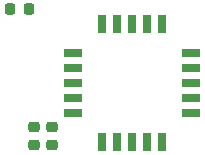
<source format=gbr>
%TF.GenerationSoftware,KiCad,Pcbnew,7.0.11-7.0.11~ubuntu22.04.1*%
%TF.CreationDate,2024-06-24T19:42:37+02:00*%
%TF.ProjectId,Adapter_EByte_E07_900MM10S_to_Ebyte_E07_868MS10_FUEL4EP,41646170-7465-4725-9f45-427974655f45,1.5*%
%TF.SameCoordinates,Original*%
%TF.FileFunction,Paste,Top*%
%TF.FilePolarity,Positive*%
%FSLAX46Y46*%
G04 Gerber Fmt 4.6, Leading zero omitted, Abs format (unit mm)*
G04 Created by KiCad (PCBNEW 7.0.11-7.0.11~ubuntu22.04.1) date 2024-06-24 19:42:37*
%MOMM*%
%LPD*%
G01*
G04 APERTURE LIST*
G04 Aperture macros list*
%AMRoundRect*
0 Rectangle with rounded corners*
0 $1 Rounding radius*
0 $2 $3 $4 $5 $6 $7 $8 $9 X,Y pos of 4 corners*
0 Add a 4 corners polygon primitive as box body*
4,1,4,$2,$3,$4,$5,$6,$7,$8,$9,$2,$3,0*
0 Add four circle primitives for the rounded corners*
1,1,$1+$1,$2,$3*
1,1,$1+$1,$4,$5*
1,1,$1+$1,$6,$7*
1,1,$1+$1,$8,$9*
0 Add four rect primitives between the rounded corners*
20,1,$1+$1,$2,$3,$4,$5,0*
20,1,$1+$1,$4,$5,$6,$7,0*
20,1,$1+$1,$6,$7,$8,$9,0*
20,1,$1+$1,$8,$9,$2,$3,0*%
G04 Aperture macros list end*
%ADD10RoundRect,0.225000X-0.250000X0.225000X-0.250000X-0.225000X0.250000X-0.225000X0.250000X0.225000X0*%
%ADD11RoundRect,0.218750X-0.218750X-0.256250X0.218750X-0.256250X0.218750X0.256250X-0.218750X0.256250X0*%
%ADD12R,0.800000X1.500000*%
%ADD13R,1.500000X0.800000*%
G04 APERTURE END LIST*
D10*
%TO.C,C2*%
X4241800Y2260600D03*
X4241800Y710600D03*
%TD*%
D11*
%TO.C,FB1*%
X685700Y12268200D03*
X2260700Y12268200D03*
%TD*%
D10*
%TO.C,C1*%
X2743200Y2260600D03*
X2743200Y710600D03*
%TD*%
D12*
%TO.C,Module1*%
X8483600Y10947400D03*
D13*
X16023600Y3407400D03*
D12*
X8483600Y947400D03*
D13*
X6023600Y3407400D03*
D12*
X9753600Y10947400D03*
D13*
X16023600Y4677400D03*
D12*
X9753600Y947400D03*
D13*
X6023600Y4677400D03*
D12*
X11023600Y10947400D03*
D13*
X16023600Y5947400D03*
D12*
X11023600Y947400D03*
D13*
X6023600Y5947400D03*
D12*
X12293600Y10947400D03*
D13*
X16023600Y7217400D03*
D12*
X12293600Y947400D03*
D13*
X6023600Y7217400D03*
D12*
X13563600Y10947400D03*
D13*
X16023600Y8487400D03*
D12*
X13563600Y947400D03*
D13*
X6023600Y8487400D03*
%TD*%
M02*

</source>
